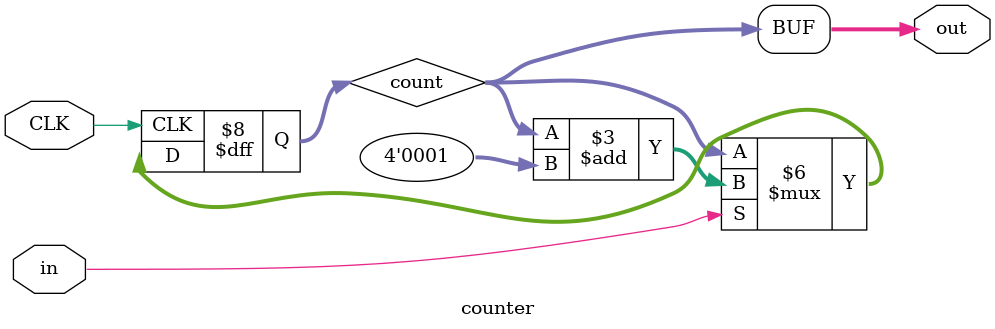
<source format=v>
module counter(in,out,CLK);
    input wire in,CLK;
    output wire [3:0]out;
    reg [3:0]count = 4'b0000;

    assign out = count;
    always@(posedge CLK)
        begin
            if(in == 1)
                begin
                        count = count + 4'b0001;
                end
        end
        
endmodule
</source>
